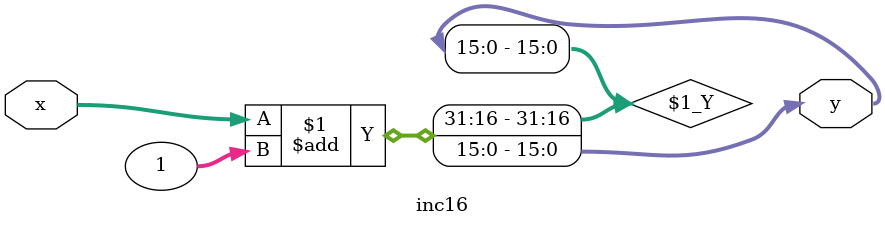
<source format=v>
`timescale 1ns / 1ps


module inc16(
    input [15:0] x,
    output [15:0] y 
    
);

assign y = x+ 1;

endmodule


</source>
